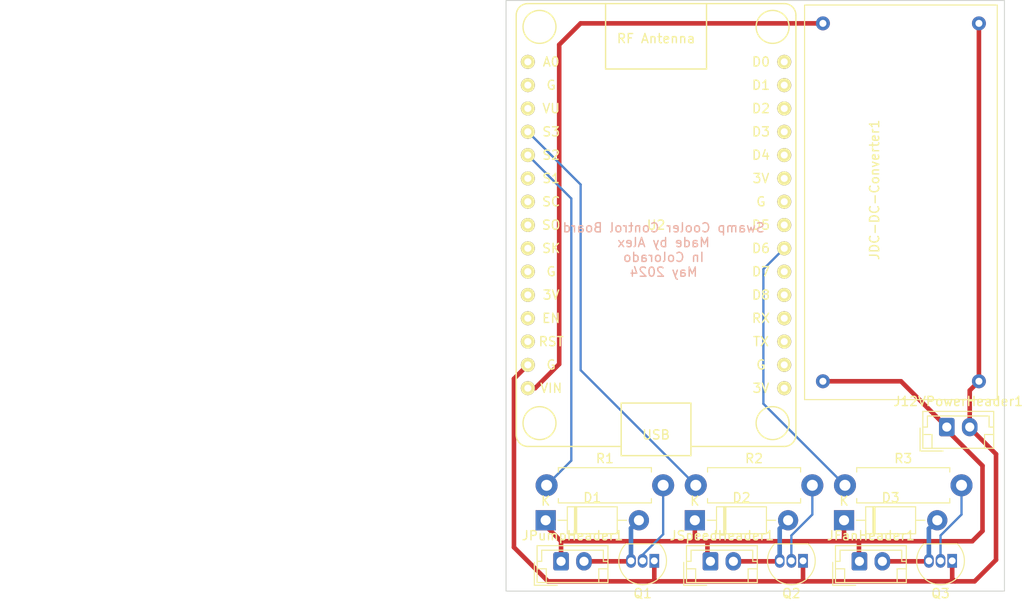
<source format=kicad_pcb>
(kicad_pcb (version 20211014) (generator pcbnew)
  (layers (0 "F.Cu" signal) (31 "B.Cu" signal) (34 "B.Paste" user) (35 "F.Paste" user) (36 "B.SilkS" user "B.Silkscreen") (37 "F.SilkS" user "F.Silkscreen") (38 "B.Mask" user) (39 "F.Mask" user) (44 "Edge.Cuts" user))
  (net 0 "")
  (net 1 "+5V")
  (net 2 "GND")
  (net 3 "Net-(Q1-Pad2)")
  (net 4 "FanTrigger")
  (net 5 "FanSelect")
  (net 6 "PumpTrigger")
  (net 30 "+12V")
  (net 33 "SpeedRelay")
  (net 34 "FanRelay")
  (net 35 "Net-(Q2-Pad2)")
  (net 36 "Net-(Q3-Pad2)")
  (net 37 "Net-(Q1-Pad3)")
  (footprint "Package_TO_SOT_THT:TO-92_Inline" (layer "F.Cu") (at 114.4524 111.252 180)
    (fp_text reference "Q2" (at 1.27 -3.56) (layer "F.SilkS"))
    (fp_text value "2N7000")
    (fp_line (start -0.53 1.85) (end 3.07 1.85) (layer "F.SilkS") (width 0.12))
    (fp_arc (start 1.27 -2.6) (mid 3.672087 -0.994977) (end 3.108478 1.838478) (layer "F.SilkS") (width 0.12))
    (fp_arc (start -0.568478 1.838478) (mid -1.132087 -0.994977) (end 1.27 -2.6) (layer "F.SilkS") (width 0.12))
    (pad "1" thru_hole rect (at 0 0 180) (size 1.05 1.5) (drill 0.75) (layers *.Cu *.Mask) (net 2 "GND"))
    (pad "2" thru_hole oval (at 1.27 0 180) (size 1.05 1.5) (drill 0.75) (layers *.Cu *.Mask) (net 35 "Net-(Q2-Pad2)"))
    (pad "3" thru_hole oval (at 2.54 0 180) (size 1.05 1.5) (drill 0.75) (layers *.Cu *.Mask) (net 33 "SpeedRelay"))
  )
  (footprint "Resistor_THT:R_Axial_DIN0411_L9.9mm_D3.6mm_P12.70mm_Horizontal" (layer "F.Cu") (at 102.7684 103.0224)
    (fp_text reference "R2" (at 6.35 -2.92) (layer "F.SilkS"))
    (fp_text value "470")
    (fp_line (start 1.28 1.44) (end 1.28 1.92) (layer "F.SilkS") (width 0.12))
    (fp_line (start 1.28 1.92) (end 11.42 1.92) (layer "F.SilkS") (width 0.12))
    (fp_line (start 11.42 1.92) (end 11.42 1.44) (layer "F.SilkS") (width 0.12))
    (fp_line (start 1.28 -1.44) (end 1.28 -1.92) (layer "F.SilkS") (width 0.12))
    (fp_line (start 1.28 -1.92) (end 11.42 -1.92) (layer "F.SilkS") (width 0.12))
    (fp_line (start 11.42 -1.92) (end 11.42 -1.44) (layer "F.SilkS") (width 0.12))
    (pad "1" thru_hole circle (at 0 0) (size 2.4 2.4) (drill 1.2) (layers *.Cu *.Mask) (net 5 "FanSelect"))
    (pad "2" thru_hole oval (at 12.7 0) (size 2.4 2.4) (drill 1.2) (layers *.Cu *.Mask) (net 35 "Net-(Q2-Pad2)"))
  )
  (footprint "Connector_JST:JST_EH_B2B-EH-A_1x02_P2.50mm_Vertical" (layer "F.Cu") (at 120.5992 111.3072)
    (fp_text reference "JFanHeader1" (at 1.25 -2.8) (layer "F.SilkS"))
    (fp_text value "Conn_01x02")
    (fp_line (start 5.11 0.81) (end 4.11 0.81) (layer "F.SilkS") (width 0.12))
    (fp_line (start 5.11 -1.71) (end -2.61 -1.71) (layer "F.SilkS") (width 0.12))
    (fp_line (start 4.11 0.81) (end 4.11 2.31) (layer "F.SilkS") (width 0.12))
    (fp_line (start -2.61 0) (end -2.11 0) (layer "F.SilkS") (width 0.12))
    (fp_line (start -2.11 0) (end -2.11 -1.21) (layer "F.SilkS") (width 0.12))
    (fp_line (start 4.61 0) (end 5.11 0) (layer "F.SilkS") (width 0.12))
    (fp_line (start -2.91 0.11) (end -2.91 2.61) (layer "F.SilkS") (width 0.12))
    (fp_line (start 4.61 -1.21) (end 4.61 0) (layer "F.SilkS") (width 0.12))
    (fp_line (start -1.61 0.81) (end -1.61 2.31) (layer "F.SilkS") (width 0.12))
    (fp_line (start 5.11 2.31) (end 5.11 -1.71) (layer "F.SilkS") (width 0.12))
    (fp_line (start -2.91 2.61) (end -0.41 2.61) (layer "F.SilkS") (width 0.12))
    (fp_line (start -2.61 0.81) (end -1.61 0.81) (layer "F.SilkS") (width 0.12))
    (fp_line (start -2.61 -1.71) (end -2.61 2.31) (layer "F.SilkS") (width 0.12))
    (fp_line (start -2.61 2.31) (end 5.11 2.31) (layer "F.SilkS") (width 0.12))
    (fp_line (start -2.11 -1.21) (end 4.61 -1.21) (layer "F.SilkS") (width 0.12))
    (pad "1" thru_hole roundrect (at 0 0) (size 1.7 2) (drill 1) (layers *.Cu *.Mask) (roundrect_rratio 0.147059) (net 30 "+12V"))
    (pad "2" thru_hole oval (at 2.5 0) (size 1.7 2) (drill 1) (layers *.Cu *.Mask) (net 34 "FanRelay"))
  )
  (footprint "AE-Library:XL6009E1 DC-DC" (layer "F.Cu") (at 119.7004 83.5268 90)
    (fp_text reference "JDC-DC-Converter1" (at 12.7 2.54 90 unlocked) (layer "F.SilkS"))
    (fp_text value "Conn_01x04")
    (fp_rect (start -10.16 -5.08) (end 32.84 15.92) (layer "F.SilkS") (width 0.12) (fill none))
    (pad "1" thru_hole circle (at -8.16 -3.08 90) (size 1.524 1.524) (drill 0.762) (layers *.Cu *.Mask) (net 30 "+12V"))
    (pad "2" thru_hole circle (at -8.16 13.92 90) (size 1.524 1.524) (drill 0.762) (layers *.Cu *.Mask) (net 2 "GND"))
    (pad "3" thru_hole circle (at 30.84 -3.08 90) (size 1.524 1.524) (drill 0.762) (layers *.Cu *.Mask) (net 1 "+5V"))
    (pad "4" thru_hole circle (at 30.84 13.92 90) (size 1.524 1.524) (drill 0.762) (layers *.Cu *.Mask) (net 2 "GND"))
  )
  (footprint "ESP8266:NodeMCU1.0(12-E)" (layer "F.Cu") (at 98.4388 74.6596)
    (fp_text reference "U2" (at 0 0) (layer "F.SilkS"))
    (fp_text value "NodeMCU1.0(ESP-12E)")
    (fp_text user "D1" (at 11.43 -15.24) (layer "F.SilkS"))
    (fp_text user "G" (at -11.43 -15.24) (layer "F.SilkS"))
    (fp_text user "TX" (at 11.43 12.7) (layer "F.SilkS"))
    (fp_text user "D3" (at 11.43 -10.16) (layer "F.SilkS"))
    (fp_text user "G" (at 11.43 15.24) (layer "F.SilkS"))
    (fp_text user "RF Antenna" (at 0 -20.32) (layer "F.SilkS"))
    (fp_text user "D4" (at 11.43 -7.62) (layer "F.SilkS"))
    (fp_text user "3V" (at -11.43 7.62) (layer "F.SilkS"))
    (fp_text user "S1" (at -11.43 -5.08) (layer "F.SilkS"))
    (fp_text user "D5" (at 11.43 0) (layer "F.SilkS"))
    (fp_text user "SO" (at -11.43 0) (layer "F.SilkS"))
    (fp_text user "D0" (at 11.43 -17.78) (layer "F.SilkS"))
    (fp_text user "RST" (at -11.43 12.7) (layer "F.SilkS"))
    (fp_text user "VIN" (at -11.43 17.78) (layer "F.SilkS"))
    (fp_text user "EN" (at -11.43 10.16) (layer "F.SilkS"))
    (fp_text user "S3" (at -11.43 -10.16) (layer "F.SilkS"))
    (fp_text user "G" (at -11.43 15.24) (layer "F.SilkS"))
    (fp_text user "D6" (at 11.43 2.54) (layer "F.SilkS"))
    (fp_text user "VU" (at -11.43 -12.7) (layer "F.SilkS"))
    (fp_text user "G" (at -11.43 5.08) (layer "F.SilkS"))
    (fp_text user "USB" (at 0 22.86) (layer "F.SilkS"))
    (fp_text user "RX" (at 11.43 10.16) (layer "F.SilkS"))
    (fp_text user "D7" (at 11.43 5.08) (layer "F.SilkS"))
    (fp_text user "A0" (at -11.43 -17.78) (layer "F.SilkS"))
    (fp_text user "SC" (at -11.43 -2.54) (layer "F.SilkS"))
    (fp_text user "D2" (at 11.43 -12.7) (layer "F.SilkS"))
    (fp_text user "S2" (at -11.43 -7.62) (layer "F.SilkS"))
    (fp_text user "SK" (at -11.43 2.54) (layer "F.SilkS"))
    (fp_text user "G" (at 11.43 -2.54) (layer "F.SilkS"))
    (fp_text user "3V" (at 11.43 -5.08) (layer "F.SilkS"))
    (fp_text user "D8" (at 11.43 7.62) (layer "F.SilkS"))
    (fp_text user "3V" (at 11.43 17.78) (layer "F.SilkS"))
    (fp_line (start 13.97 -24.13) (end -13.97 -24.13) (layer "F.SilkS") (width 0.15))
    (fp_line (start -15.24 -22.86) (end -15.24 22.86) (layer "F.SilkS") (width 0.15))
    (fp_line (start 3.8 25.13) (end -3.8 25.13) (layer "F.SilkS") (width 0.15))
    (fp_line (start -3.8 25.13) (end -3.8 19.4) (layer "F.SilkS") (width 0.15))
    (fp_line (start 15.24 -22.86) (end 15.24 22.86) (layer "F.SilkS") (width 0.15))
    (fp_line (start -3.8 19.4) (end 3.8 19.4) (layer "F.SilkS") (width 0.15))
    (fp_line (start 5.5 -24.13) (end 5.5 -17) (layer "F.SilkS") (width 0.15))
    (fp_line (start 13.98 24.13) (end 3.81 24.13) (layer "F.SilkS") (width 0.15))
    (fp_line (start 5.5 -17) (end -5.5 -17) (layer "F.SilkS") (width 0.15))
    (fp_line (start -5.5 -17) (end -5.5 -24.13) (layer "F.SilkS") (width 0.15))
    (fp_line (start 3.8 19.4) (end 3.8 25.13) (layer "F.SilkS") (width 0.15))
    (fp_line (start -3.8 24.13) (end -13.97 24.13) (layer "F.SilkS") (width 0.15))
    (fp_arc (start 13.97 -24.13) (mid 14.868026 -23.758026) (end 15.24 -22.86) (layer "F.SilkS") (width 0.15))
    (fp_arc (start 15.24 22.86) (mid 14.868026 23.758026) (end 13.97 24.13) (layer "F.SilkS") (width 0.15))
    (fp_arc (start -13.97 24.13) (mid -14.868026 23.758026) (end -15.24 22.86) (layer "F.SilkS") (width 0.15))
    (fp_arc (start -15.24 -22.86) (mid -14.868026 -23.758026) (end -13.97 -24.13) (layer "F.SilkS") (width 0.15))
    (fp_circle (center -12.7 21.59) (end -11.43 20.32) (layer "F.SilkS") (width 0.15) (fill none))
    (fp_circle (center 12.7 -21.59) (end 13.97 -22.86) (layer "F.SilkS") (width 0.15) (fill none))
    (fp_circle (center -12.7 -21.59) (end -11.43 -22.86) (layer "F.SilkS") (width 0.15) (fill none))
    (fp_circle (center 12.7 21.59) (end 13.97 20.32) (layer "F.SilkS") (width 0.15) (fill none))
    (pad "1" thru_hole circle locked (at -13.97 -17.78) (size 1.524 1.524) (drill 0.762) (layers *.Cu *.Mask "F.SilkS"))
    (pad "2" thru_hole circle locked (at -13.97 -15.24) (size 1.524 1.524) (drill 0.762) (layers *.Cu *.Mask "F.SilkS"))
    (pad "3" thru_hole circle locked (at -13.97 -12.7) (size 1.524 1.524) (drill 0.762) (layers *.Cu *.Mask "F.SilkS"))
    (pad "4" thru_hole circle locked (at -13.97 -10.16) (size 1.524 1.524) (drill 0.762) (layers *.Cu *.Mask "F.SilkS") (net 5 "FanSelect"))
    (pad "5" thru_hole circle locked (at -13.97 -7.62) (size 1.524 1.524) (drill 0.762) (layers *.Cu *.Mask "F.SilkS") (net 6 "PumpTrigger"))
    (pad "6" thru_hole circle locked (at -13.97 -5.08) (size 1.524 1.524) (drill 0.762) (layers *.Cu *.Mask "F.SilkS"))
    (pad "7" thru_hole circle locked (at -13.97 -2.54) (size 1.524 1.524) (drill 0.762) (layers *.Cu *.Mask "F.SilkS"))
    (pad "8" thru_hole circle locked (at -13.97 0) (size 1.524 1.524) (drill 0.762) (layers *.Cu *.Mask "F.SilkS"))
    (pad "9" thru_hole circle locked (at -13.97 2.54) (size 1.524 1.524) (drill 0.762) (layers *.Cu *.Mask "F.SilkS"))
    (pad "10" thru_hole circle locked (at -13.97 5.08) (size 1.524 1.524) (drill 0.762) (layers *.Cu *.Mask "F.SilkS"))
    (pad "11" thru_hole circle locked (at -13.97 7.62) (size 1.524 1.524) (drill 0.762) (layers *.Cu *.Mask "F.SilkS"))
    (pad "12" thru_hole circle locked (at -13.97 10.16) (size 1.524 1.524) (drill 0.762) (layers *.Cu *.Mask "F.SilkS"))
    (pad "13" thru_hole circle locked (at -13.97 12.7) (size 1.524 1.524) (drill 0.762) (layers *.Cu *.Mask "F.SilkS"))
    (pad "14" thru_hole circle locked (at -13.97 15.24) (size 1.524 1.524) (drill 0.762) (layers *.Cu *.Mask "F.SilkS") (net 2 "GND"))
    (pad "15" thru_hole circle locked (at -13.97 17.78) (size 1.524 1.524) (drill 0.762) (layers *.Cu *.Mask "F.SilkS") (net 1 "+5V"))
    (pad "16" thru_hole circle locked (at 13.97 17.78) (size 1.524 1.524) (drill 0.762) (layers *.Cu *.Mask "F.SilkS"))
    (pad "17" thru_hole circle locked (at 13.97 15.24) (size 1.524 1.524) (drill 0.762) (layers *.Cu *.Mask "F.SilkS"))
    (pad "18" thru_hole circle locked (at 13.97 12.7) (size 1.524 1.524) (drill 0.762) (layers *.Cu *.Mask "F.SilkS"))
    (pad "19" thru_hole circle locked (at 13.97 10.16) (size 1.524 1.524) (drill 0.762) (layers *.Cu *.Mask "F.SilkS"))
    (pad "20" thru_hole circle locked (at 13.97 7.62) (size 1.524 1.524) (drill 0.762) (layers *.Cu *.Mask "F.SilkS"))
    (pad "21" thru_hole circle locked (at 13.97 5.08) (size 1.524 1.524) (drill 0.762) (layers *.Cu *.Mask "F.SilkS"))
    (pad "22" thru_hole circle locked (at 13.97 2.54) (size 1.524 1.524) (drill 0.762) (layers *.Cu *.Mask "F.SilkS") (net 4 "FanTrigger"))
    (pad "23" thru_hole circle locked (at 13.97 0) (size 1.524 1.524) (drill 0.762) (layers *.Cu *.Mask "F.SilkS"))
    (pad "24" thru_hole circle locked (at 13.97 -2.54) (size 1.524 1.524) (drill 0.762) (layers *.Cu *.Mask "F.SilkS"))
    (pad "25" thru_hole circle locked (at 13.97 -5.08) (size 1.524 1.524) (drill 0.762) (layers *.Cu *.Mask "F.SilkS"))
    (pad "26" thru_hole circle locked (at 13.97 -7.62) (size 1.524 1.524) (drill 0.762) (layers *.Cu *.Mask "F.SilkS"))
    (pad "27" thru_hole circle locked (at 13.97 -10.16) (size 1.524 1.524) (drill 0.762) (layers *.Cu *.Mask "F.SilkS"))
    (pad "28" thru_hole circle locked (at 13.97 -12.7) (size 1.524 1.524) (drill 0.762) (layers *.Cu *.Mask "F.SilkS"))
    (pad "29" thru_hole circle locked (at 13.97 -15.24) (size 1.524 1.524) (drill 0.762) (layers *.Cu *.Mask "F.SilkS"))
    (pad "30" thru_hole circle locked (at 13.97 -17.78) (size 1.524 1.524) (drill 0.762) (layers *.Cu *.Mask "F.SilkS"))
  )
  (footprint "Connector_JST:JST_EH_B2B-EH-A_1x02_P2.50mm_Vertical" (layer "F.Cu") (at 88.0872 111.3072)
    (fp_text reference "JPumpHeader1" (at 1.25 -2.8) (layer "F.SilkS"))
    (fp_text value "Conn_01x02")
    (fp_line (start 4.11 0.81) (end 4.11 2.31) (layer "F.SilkS") (width 0.12))
    (fp_line (start -2.61 0.81) (end -1.61 0.81) (layer "F.SilkS") (width 0.12))
    (fp_line (start -2.11 -1.21) (end 4.61 -1.21) (layer "F.SilkS") (width 0.12))
    (fp_line (start 5.11 -1.71) (end -2.61 -1.71) (layer "F.SilkS") (width 0.12))
    (fp_line (start -2.61 -1.71) (end -2.61 2.31) (layer "F.SilkS") (width 0.12))
    (fp_line (start -2.91 0.11) (end -2.91 2.61) (layer "F.SilkS") (width 0.12))
    (fp_line (start 4.61 0) (end 5.11 0) (layer "F.SilkS") (width 0.12))
    (fp_line (start -1.61 0.81) (end -1.61 2.31) (layer "F.SilkS") (width 0.12))
    (fp_line (start 5.11 0.81) (end 4.11 0.81) (layer "F.SilkS") (width 0.12))
    (fp_line (start -2.61 0) (end -2.11 0) (layer "F.SilkS") (width 0.12))
    (fp_line (start -2.61 2.31) (end 5.11 2.31) (layer "F.SilkS") (width 0.12))
    (fp_line (start -2.11 0) (end -2.11 -1.21) (layer "F.SilkS") (width 0.12))
    (fp_line (start 5.11 2.31) (end 5.11 -1.71) (layer "F.SilkS") (width 0.12))
    (fp_line (start -2.91 2.61) (end -0.41 2.61) (layer "F.SilkS") (width 0.12))
    (fp_line (start 4.61 -1.21) (end 4.61 0) (layer "F.SilkS") (width 0.12))
    (pad "1" thru_hole roundrect (at 0 0) (size 1.7 2) (drill 1) (layers *.Cu *.Mask) (roundrect_rratio 0.147059) (net 30 "+12V"))
    (pad "2" thru_hole oval (at 2.5 0) (size 1.7 2) (drill 1) (layers *.Cu *.Mask) (net 37 "Net-(Q1-Pad3)"))
  )
  (footprint "Diode_THT:D_DO-41_SOD81_P10.16mm_Horizontal" (layer "F.Cu") (at 102.6668 106.8324)
    (fp_text reference "D2" (at 5.08 -2.47) (layer "F.SilkS"))
    (fp_text value "1N4007")
    (fp_text user "K" (at 0 -2.1) (layer "F.SilkS"))
    (fp_line (start 1.34 0) (end 2.36 0) (layer "F.SilkS") (width 0.12))
    (fp_line (start 3.26 -1.47) (end 3.26 1.47) (layer "F.SilkS") (width 0.12))
    (fp_line (start 7.8 1.47) (end 7.8 -1.47) (layer "F.SilkS") (width 0.12))
    (fp_line (start 8.82 0) (end 7.8 0) (layer "F.SilkS") (width 0.12))
    (fp_line (start 3.14 -1.47) (end 3.14 1.47) (layer "F.SilkS") (width 0.12))
    (fp_line (start 2.36 -1.47) (end 2.36 1.47) (layer "F.SilkS") (width 0.12))
    (fp_line (start 7.8 -1.47) (end 2.36 -1.47) (layer "F.SilkS") (width 0.12))
    (fp_line (start 2.36 1.47) (end 7.8 1.47) (layer "F.SilkS") (width 0.12))
    (fp_line (start 3.38 -1.47) (end 3.38 1.47) (layer "F.SilkS") (width 0.12))
    (pad "1" thru_hole rect (at 0 0) (size 2.2 2.2) (drill 1.1) (layers *.Cu *.Mask) (net 30 "+12V"))
    (pad "2" thru_hole oval (at 10.16 0) (size 2.2 2.2) (drill 1.1) (layers *.Cu *.Mask) (net 33 "SpeedRelay"))
  )
  (footprint "Resistor_THT:R_Axial_DIN0411_L9.9mm_D3.6mm_P12.70mm_Horizontal" (layer "F.Cu") (at 86.5124 103.0224)
    (fp_text reference "R1" (at 6.35 -2.92) (layer "F.SilkS"))
    (fp_text value "470")
    (fp_line (start 1.28 -1.92) (end 11.42 -1.92) (layer "F.SilkS") (width 0.12))
    (fp_line (start 11.42 1.92) (end 11.42 1.44) (layer "F.SilkS") (width 0.12))
    (fp_line (start 1.28 1.92) (end 11.42 1.92) (layer "F.SilkS") (width 0.12))
    (fp_line (start 1.28 1.44) (end 1.28 1.92) (layer "F.SilkS") (width 0.12))
    (fp_line (start 11.42 -1.92) (end 11.42 -1.44) (layer "F.SilkS") (width 0.12))
    (fp_line (start 1.28 -1.44) (end 1.28 -1.92) (layer "F.SilkS") (width 0.12))
    (pad "1" thru_hole circle (at 0 0) (size 2.4 2.4) (drill 1.2) (layers *.Cu *.Mask) (net 6 "PumpTrigger"))
    (pad "2" thru_hole oval (at 12.7 0) (size 2.4 2.4) (drill 1.2) (layers *.Cu *.Mask) (net 3 "Net-(Q1-Pad2)"))
  )
  (footprint "Diode_THT:D_DO-41_SOD81_P10.16mm_Horizontal" (layer "F.Cu") (at 86.4108 106.8324)
    (fp_text reference "D1" (at 5.08 -2.47) (layer "F.SilkS"))
    (fp_text value "1N4007")
    (fp_text user "K" (at 0 -2.1) (layer "F.SilkS"))
    (fp_line (start 3.14 -1.47) (end 3.14 1.47) (layer "F.SilkS") (width 0.12))
    (fp_line (start 8.82 0) (end 7.8 0) (layer "F.SilkS") (width 0.12))
    (fp_line (start 2.36 1.47) (end 7.8 1.47) (layer "F.SilkS") (width 0.12))
    (fp_line (start 1.34 0) (end 2.36 0) (layer "F.SilkS") (width 0.12))
    (fp_line (start 7.8 -1.47) (end 2.36 -1.47) (layer "F.SilkS") (width 0.12))
    (fp_line (start 3.26 -1.47) (end 3.26 1.47) (layer "F.SilkS") (width 0.12))
    (fp_line (start 2.36 -1.47) (end 2.36 1.47) (layer "F.SilkS") (width 0.12))
    (fp_line (start 7.8 1.47) (end 7.8 -1.47) (layer "F.SilkS") (width 0.12))
    (fp_line (start 3.38 -1.47) (end 3.38 1.47) (layer "F.SilkS") (width 0.12))
    (pad "1" thru_hole rect (at 0 0) (size 2.2 2.2) (drill 1.1) (layers *.Cu *.Mask) (net 30 "+12V"))
    (pad "2" thru_hole oval (at 10.16 0) (size 2.2 2.2) (drill 1.1) (layers *.Cu *.Mask) (net 37 "Net-(Q1-Pad3)"))
  )
  (footprint "Diode_THT:D_DO-41_SOD81_P10.16mm_Horizontal" (layer "F.Cu") (at 118.9228 106.8324)
    (fp_text reference "D3" (at 5.08 -2.47) (layer "F.SilkS"))
    (fp_text value "1N4007")
    (fp_text user "K" (at 0 -2.1) (layer "F.SilkS"))
    (fp_line (start 8.82 0) (end 7.8 0) (layer "F.SilkS") (width 0.12))
    (fp_line (start 3.26 -1.47) (end 3.26 1.47) (layer "F.SilkS") (width 0.12))
    (fp_line (start 3.38 -1.47) (end 3.38 1.47) (layer "F.SilkS") (width 0.12))
    (fp_line (start 1.34 0) (end 2.36 0) (layer "F.SilkS") (width 0.12))
    (fp_line (start 7.8 -1.47) (end 2.36 -1.47) (layer "F.SilkS") (width 0.12))
    (fp_line (start 2.36 -1.47) (end 2.36 1.47) (layer "F.SilkS") (width 0.12))
    (fp_line (start 3.14 -1.47) (end 3.14 1.47) (layer "F.SilkS") (width 0.12))
    (fp_line (start 2.36 1.47) (end 7.8 1.47) (layer "F.SilkS") (width 0.12))
    (fp_line (start 7.8 1.47) (end 7.8 -1.47) (layer "F.SilkS") (width 0.12))
    (pad "1" thru_hole rect (at 0 0) (size 2.2 2.2) (drill 1.1) (layers *.Cu *.Mask) (net 30 "+12V"))
    (pad "2" thru_hole oval (at 10.16 0) (size 2.2 2.2) (drill 1.1) (layers *.Cu *.Mask) (net 34 "FanRelay"))
  )
  (footprint "Resistor_THT:R_Axial_DIN0411_L9.9mm_D3.6mm_P12.70mm_Horizontal" (layer "F.Cu") (at 119.0244 103.0224)
    (fp_text reference "R3" (at 6.35 -2.92) (layer "F.SilkS"))
    (fp_text value "470")
    (fp_line (start 11.42 1.92) (end 11.42 1.44) (layer "F.SilkS") (width 0.12))
    (fp_line (start 1.28 1.44) (end 1.28 1.92) (layer "F.SilkS") (width 0.12))
    (fp_line (start 11.42 -1.92) (end 11.42 -1.44) (layer "F.SilkS") (width 0.12))
    (fp_line (start 1.28 1.92) (end 11.42 1.92) (layer "F.SilkS") (width 0.12))
    (fp_line (start 1.28 -1.92) (end 11.42 -1.92) (layer "F.SilkS") (width 0.12))
    (fp_line (start 1.28 -1.44) (end 1.28 -1.92) (layer "F.SilkS") (width 0.12))
    (pad "1" thru_hole circle (at 0 0) (size 2.4 2.4) (drill 1.2) (layers *.Cu *.Mask) (net 4 "FanTrigger"))
    (pad "2" thru_hole oval (at 12.7 0) (size 2.4 2.4) (drill 1.2) (layers *.Cu *.Mask) (net 36 "Net-(Q3-Pad2)"))
  )
  (footprint "Package_TO_SOT_THT:TO-92_Inline" (layer "F.Cu") (at 130.7084 111.252 180)
    (fp_text reference "Q3" (at 1.27 -3.56) (layer "F.SilkS"))
    (fp_text value "2N7000")
    (fp_line (start -0.53 1.85) (end 3.07 1.85) (layer "F.SilkS") (width 0.12))
    (fp_arc (start -0.568478 1.838478) (mid -1.132087 -0.994977) (end 1.27 -2.6) (layer "F.SilkS") (width 0.12))
    (fp_arc (start 1.27 -2.6) (mid 3.672087 -0.994977) (end 3.108478 1.838478) (layer "F.SilkS") (width 0.12))
    (pad "1" thru_hole rect (at 0 0 180) (size 1.05 1.5) (drill 0.75) (layers *.Cu *.Mask) (net 2 "GND"))
    (pad "2" thru_hole oval (at 1.27 0 180) (size 1.05 1.5) (drill 0.75) (layers *.Cu *.Mask) (net 36 "Net-(Q3-Pad2)"))
    (pad "3" thru_hole oval (at 2.54 0 180) (size 1.05 1.5) (drill 0.75) (layers *.Cu *.Mask) (net 34 "FanRelay"))
  )
  (footprint "Connector_JST:JST_EH_B2B-EH-A_1x02_P2.50mm_Vertical" (layer "F.Cu") (at 130.1188 96.6772)
    (fp_text reference "J12VPowerHeader1" (at 1.25 -2.8) (layer "F.SilkS"))
    (fp_text value "Conn_01x02")
    (fp_line (start -2.61 0.81) (end -1.61 0.81) (layer "F.SilkS") (width 0.12))
    (fp_line (start -2.11 0) (end -2.11 -1.21) (layer "F.SilkS") (width 0.12))
    (fp_line (start -2.61 -1.71) (end -2.61 2.31) (layer "F.SilkS") (width 0.12))
    (fp_line (start -1.61 0.81) (end -1.61 2.31) (layer "F.SilkS") (width 0.12))
    (fp_line (start 5.11 2.31) (end 5.11 -1.71) (layer "F.SilkS") (width 0.12))
    (fp_line (start -2.11 -1.21) (end 4.61 -1.21) (layer "F.SilkS") (width 0.12))
    (fp_line (start -2.61 0) (end -2.11 0) (layer "F.SilkS") (width 0.12))
    (fp_line (start 5.11 0.81) (end 4.11 0.81) (layer "F.SilkS") (width 0.12))
    (fp_line (start 5.11 -1.71) (end -2.61 -1.71) (layer "F.SilkS") (width 0.12))
    (fp_line (start -2.91 2.61) (end -0.41 2.61) (layer "F.SilkS") (width 0.12))
    (fp_line (start 4.61 -1.21) (end 4.61 0) (layer "F.SilkS") (width 0.12))
    (fp_line (start 4.61 0) (end 5.11 0) (layer "F.SilkS") (width 0.12))
    (fp_line (start -2.61 2.31) (end 5.11 2.31) (layer "F.SilkS") (width 0.12))
    (fp_line (start -2.91 0.11) (end -2.91 2.61) (layer "F.SilkS") (width 0.12))
    (fp_line (start 4.11 0.81) (end 4.11 2.31) (layer "F.SilkS") (width 0.12))
    (pad "1" thru_hole roundrect (at 0 0) (size 1.7 2) (drill 1) (layers *.Cu *.Mask) (roundrect_rratio 0.147059) (net 30 "+12V"))
    (pad "2" thru_hole oval (at 2.5 0) (size 1.7 2) (drill 1) (layers *.Cu *.Mask) (net 2 "GND"))
  )
  (footprint "Package_TO_SOT_THT:TO-92_Inline" (layer "F.Cu") (at 98.2472 111.252 180)
    (fp_text reference "Q1" (at 1.27 -3.56) (layer "F.SilkS"))
    (fp_text value "2N7000")
    (fp_line (start -0.53 1.85) (end 3.07 1.85) (layer "F.SilkS") (width 0.12))
    (fp_arc (start 1.27 -2.6) (mid 3.672087 -0.994977) (end 3.108478 1.838478) (layer "F.SilkS") (width 0.12))
    (fp_arc (start -0.568478 1.838478) (mid -1.132087 -0.994977) (end 1.27 -2.6) (layer "F.SilkS") (width 0.12))
    (pad "1" thru_hole rect (at 0 0 180) (size 1.05 1.5) (drill 0.75) (layers *.Cu *.Mask) (net 2 "GND"))
    (pad "2" thru_hole oval (at 1.27 0 180) (size 1.05 1.5) (drill 0.75) (layers *.Cu *.Mask) (net 3 "Net-(Q1-Pad2)"))
    (pad "3" thru_hole oval (at 2.54 0 180) (size 1.05 1.5) (drill 0.75) (layers *.Cu *.Mask) (net 37 "Net-(Q1-Pad3)"))
  )
  (footprint "Connector_JST:JST_EH_B2B-EH-A_1x02_P2.50mm_Vertical" (layer "F.Cu") (at 104.3632 111.3072)
    (fp_text reference "JSpeedHeader1" (at 1.25 -2.8) (layer "F.SilkS"))
    (fp_text value "Conn_01x02")
    (fp_line (start -2.61 0.81) (end -1.61 0.81) (layer "F.SilkS") (width 0.12))
    (fp_line (start 5.11 2.31) (end 5.11 -1.71) (layer "F.SilkS") (width 0.12))
    (fp_line (start 4.61 0) (end 5.11 0) (layer "F.SilkS") (width 0.12))
    (fp_line (start -2.91 2.61) (end -0.41 2.61) (layer "F.SilkS") (width 0.12))
    (fp_line (start 5.11 -1.71) (end -2.61 -1.71) (layer "F.SilkS") (width 0.12))
    (fp_line (start -2.61 2.31) (end 5.11 2.31) (layer "F.SilkS") (width 0.12))
    (fp_line (start 5.11 0.81) (end 4.11 0.81) (layer "F.SilkS") (width 0.12))
    (fp_line (start -2.61 0) (end -2.11 0) (layer "F.SilkS") (width 0.12))
    (fp_line (start 4.61 -1.21) (end 4.61 0) (layer "F.SilkS") (width 0.12))
    (fp_line (start -1.61 0.81) (end -1.61 2.31) (layer "F.SilkS") (width 0.12))
    (fp_line (start 4.11 0.81) (end 4.11 2.31) (layer "F.SilkS") (width 0.12))
    (fp_line (start -2.11 -1.21) (end 4.61 -1.21) (layer "F.SilkS") (width 0.12))
    (fp_line (start -2.61 -1.71) (end -2.61 2.31) (layer "F.SilkS") (width 0.12))
    (fp_line (start -2.11 0) (end -2.11 -1.21) (layer "F.SilkS") (width 0.12))
    (fp_line (start -2.91 0.11) (end -2.91 2.61) (layer "F.SilkS") (width 0.12))
    (pad "1" thru_hole roundrect (at 0 0) (size 1.7 2) (drill 1) (layers *.Cu *.Mask) (roundrect_rratio 0.147059) (net 30 "+12V"))
    (pad "2" thru_hole oval (at 2.5 0) (size 1.7 2) (drill 1) (layers *.Cu *.Mask) (net 33 "SpeedRelay"))
  )
  (gr_rect (start 82.0928 114.554) (end 136.398 50.1904) (layer "Edge.Cuts") (width 0.1) (fill none))
  (gr_text "Swamp Cooler Control Board\nMade by Alex\nIn Colorado\nMay 2024" (at 99.2632 77.3684) (layer "B.SilkS") (effects (font (size 1 1)) (justify mirror)))
  (segment (start 85.2588 92.4396) (end 84.4688 92.4396) (width 0.5) (layer "F.Cu") (net 1))
  (segment (start 87.884 89.8144) (end 85.2588 92.4396) (width 0.5) (layer "F.Cu") (net 1))
  (segment (start 116.6204 52.6868) (end 90.2136 52.6868) (width 0.5) (layer "F.Cu") (net 1))
  (segment (start 87.884 55.0164) (end 87.884 89.8144) (width 0.5) (layer "F.Cu") (net 1))
  (segment (start 90.2136 52.6868) (end 87.884 55.0164) (width 0.5) (layer "F.Cu") (net 1))
  (segment (start 114.6048 113.4872) (end 98.4504 113.4872) (width 0.5) (layer "F.Cu") (net 2))
  (segment (start 131.0132 113.4872) (end 114.6048 113.4872) (width 0.5) (layer "F.Cu") (net 2))
  (segment (start 132.6188 96.6772) (end 132.6188 92.6884) (width 0.5) (layer "F.Cu") (net 2))
  (segment (start 133.1468 113.4872) (end 131.0132 113.4872) (width 0.5) (layer "F.Cu") (net 2))
  (segment (start 98.4504 113.4872) (end 98.2472 113.284) (width 0.5) (layer "F.Cu") (net 2))
  (segment (start 135.4836 99.6188) (end 135.4836 111.1504) (width 0.5) (layer "F.Cu") (net 2))
  (segment (start 98.4504 113.4872) (end 86.6648 113.4872) (width 0.5) (layer "F.Cu") (net 2))
  (segment (start 114.6048 113.4872) (end 114.4524 113.3348) (width 0.5) (layer "F.Cu") (net 2))
  (segment (start 82.9564 91.412) (end 84.4688 89.8996) (width 0.5) (layer "F.Cu") (net 2))
  (segment (start 131.0132 113.4872) (end 130.7084 113.1824) (width 0.5) (layer "F.Cu") (net 2))
  (segment (start 132.6188 96.754) (end 135.4836 99.6188) (width 0.5) (layer "F.Cu") (net 2))
  (segment (start 132.6188 96.6772) (end 132.6188 96.754) (width 0.5) (layer "F.Cu") (net 2))
  (segment (start 135.4836 111.1504) (end 133.1468 113.4872) (width 0.5) (layer "F.Cu") (net 2))
  (segment (start 86.6648 113.4872) (end 82.9564 109.7788) (width 0.5) (layer "F.Cu") (net 2))
  (segment (start 133.6204 91.6868) (end 133.6204 52.6868) (width 0.5) (layer "F.Cu") (net 2))
  (segment (start 82.9564 109.7788) (end 82.9564 91.412) (width 0.5) (layer "F.Cu") (net 2))
  (segment (start 114.4524 113.3348) (end 114.4524 111.252) (width 0.5) (layer "F.Cu") (net 2))
  (segment (start 132.6188 92.6884) (end 133.6204 91.6868) (width 0.5) (layer "F.Cu") (net 2))
  (segment (start 98.2472 113.284) (end 98.2472 111.252) (width 0.5) (layer "F.Cu") (net 2))
  (segment (start 130.7084 113.1824) (end 130.7084 111.252) (width 0.5) (layer "F.Cu") (net 2))
  (segment (start 99.2124 108.3618) (end 99.2124 103.0224) (width 0.25) (layer "B.Cu") (net 3))
  (segment (start 96.9772 110.597) (end 99.2124 108.3618) (width 0.25) (layer "B.Cu") (net 3))
  (segment (start 96.9772 111.252) (end 96.9772 110.597) (width 0.25) (layer "B.Cu") (net 3))
  (segment (start 119.0244 103.0224) (end 110.1344 94.1324) (width 0.25) (layer "B.Cu") (net 4))
  (segment (start 110.1344 79.474) (end 112.4088 77.1996) (width 0.25) (layer "B.Cu") (net 4))
  (segment (start 110.1344 94.1324) (end 110.1344 79.474) (width 0.25) (layer "B.Cu") (net 4))
  (segment (start 90.2208 90.4748) (end 90.2208 70.2516) (width 0.25) (layer "B.Cu") (net 5))
  (segment (start 102.7684 103.0224) (end 90.2208 90.4748) (width 0.25) (layer "B.Cu") (net 5))
  (segment (start 90.2208 70.2516) (end 84.4688 64.4996) (width 0.25) (layer "B.Cu") (net 5))
  (segment (start 89.2048 71.7756) (end 89.2048 100.33) (width 0.25) (layer "B.Cu") (net 6))
  (segment (start 84.4688 67.0396) (end 89.2048 71.7756) (width 0.25) (layer "B.Cu") (net 6))
  (segment (start 89.2048 100.33) (end 86.5124 103.0224) (width 0.25) (layer "B.Cu") (net 6))
  (segment (start 132.8928 109.1184) (end 120.5484 109.1184) (width 0.5) (layer "F.Cu") (net 30))
  (segment (start 134.0104 100.8888) (end 134.0104 108.0008) (width 0.5) (layer "F.Cu") (net 30))
  (segment (start 120.5484 109.1184) (end 120.5484 111.2564) (width 0.5) (layer "F.Cu") (net 30))
  (segment (start 120.5484 111.2564) (end 120.5992 111.3072) (width 0.5) (layer "F.Cu") (net 30))
  (segment (start 125.1284 91.6868) (end 116.6204 91.6868) (width 0.5) (layer "F.Cu") (net 30))
  (segment (start 88.0872 109.1184) (end 86.4108 107.442) (width 0.5) (layer "F.Cu") (net 30))
  (segment (start 118.9228 108.7628) (end 118.9228 106.8324) (width 0.5) (layer "F.Cu") (net 30))
  (segment (start 86.4108 107.442) (end 86.4108 106.8324) (width 0.5) (layer "F.Cu") (net 30))
  (segment (start 104.0384 110.9824) (end 104.3632 111.3072) (width 0.5) (layer "F.Cu") (net 30))
  (segment (start 120.5484 109.1184) (end 119.2784 109.1184) (width 0.5) (layer "F.Cu") (net 30))
  (segment (start 102.6668 109.1184) (end 88.0872 109.1184) (width 0.5) (layer "F.Cu") (net 30))
  (segment (start 130.1188 96.6772) (end 130.1188 96.9972) (width 0.5) (layer "F.Cu") (net 30))
  (segment (start 134.0104 108.0008) (end 132.8928 109.1184) (width 0.5) (layer "F.Cu") (net 30))
  (segment (start 102.6668 109.1184) (end 102.6668 106.8324) (width 0.5) (layer "F.Cu") (net 30))
  (segment (start 119.2784 109.1184) (end 118.9228 108.7628) (width 0.5) (layer "F.Cu") (net 30))
  (segment (start 104.0384 109.1184) (end 104.0384 110.9824) (width 0.5) (layer "F.Cu") (net 30))
  (segment (start 130.1188 96.9972) (end 134.0104 100.8888) (width 0.5) (layer "F.Cu") (net 30))
  (segment (start 88.0872 109.1184) (end 88.0872 111.3072) (width 0.5) (layer "F.Cu") (net 30))
  (segment (start 104.0384 109.1184) (end 102.6668 109.1184) (width 0.5) (layer "F.Cu") (net 30))
  (segment (start 130.1188 96.6772) (end 125.1284 91.6868) (width 0.5) (layer "F.Cu") (net 30))
  (segment (start 119.2784 109.1184) (end 104.0384 109.1184) (width 0.5) (layer "F.Cu") (net 30))
  (segment (start 106.8632 111.3072) (end 111.8572 111.3072) (width 0.5) (layer "F.Cu") (net 33))
  (segment (start 111.8572 111.3072) (end 111.9124 111.252) (width 0.5) (layer "F.Cu") (net 33))
  (segment (start 111.9124 111.252) (end 111.9124 107.7468) (width 0.5) (layer "B.Cu") (net 33))
  (segment (start 111.9124 107.7468) (end 112.8268 106.8324) (width 0.5) (layer "B.Cu") (net 33))
  (segment (start 123.0992 111.3072) (end 128.1132 111.3072) (width 0.5) (layer "F.Cu") (net 34))
  (segment (start 128.1132 111.3072) (end 128.1684 111.252) (width 0.5) (layer "F.Cu") (net 34))
  (segment (start 128.1684 107.7468) (end 129.0828 106.8324) (width 0.5) (layer "B.Cu") (net 34))
  (segment (start 128.1684 111.252) (end 128.1684 107.7468) (width 0.5) (layer "B.Cu") (net 34))
  (segment (start 113.1824 111.252) (end 113.1824 108.492055) (width 0.25) (layer "B.Cu") (net 35))
  (segment (start 115.4684 106.206055) (end 115.4684 103.0224) (width 0.25) (layer "B.Cu") (net 35))
  (segment (start 113.1824 108.492055) (end 115.4684 106.206055) (width 0.25) (layer "B.Cu") (net 35))
  (segment (start 131.7244 106.206055) (end 131.7244 103.0224) (width 0.25) (layer "B.Cu") (net 36))
  (segment (start 129.4384 111.252) (end 129.4384 108.492055) (width 0.25) (layer "B.Cu") (net 36))
  (segment (start 129.4384 108.492055) (end 131.7244 106.206055) (width 0.25) (layer "B.Cu") (net 36))
  (segment (start 90.5872 111.3072) (end 95.652 111.3072) (width 0.5) (layer "F.Cu") (net 37))
  (segment (start 95.652 111.3072) (end 95.7072 111.252) (width 0.5) (layer "F.Cu") (net 37))
  (segment (start 95.7072 107.696) (end 96.5708 106.8324) (width 0.5) (layer "B.Cu") (net 37))
  (segment (start 95.7072 111.252) (end 95.7072 107.696) (width 0.5) (layer "B.Cu") (net 37))
)
</source>
